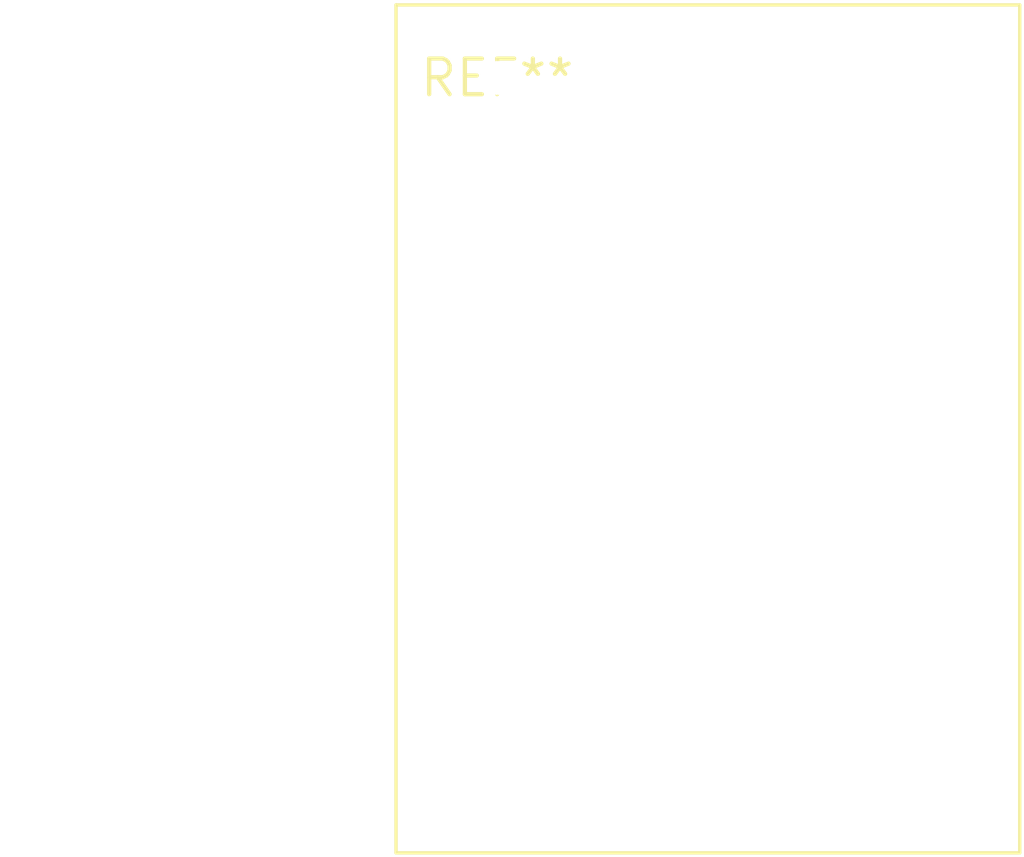
<source format=kicad_pcb>
(kicad_pcb (version 20240108) (generator pcbnew)
  (layers (0 "F.Cu" signal) (31 "B.Cu" signal) (34 "B.Paste" user) (35 "F.Paste" user) (36 "B.SilkS" user "B.Silkscreen") (37 "F.SilkS" user "F.Silkscreen") (38 "B.Mask" user) (39 "F.Mask" user) (44 "Edge.Cuts" user))
  (net 0 "")
  (footprint "L_CommonMode_Wuerth_WE-CMB-XL" (layer "F.Cu") (at 0 0)
    (property "Reference" "REF**")
    (property "Value" "L_CommonMode_Wuerth_WE-CMB-XL")
    (fp_line (start -3.6 -2.6) (end -3.6 27.6) (layer "F.SilkS") (stroke (width 0.12)))
    (fp_line (start -3.6 27.6) (end 18.6 27.6) (layer "F.SilkS") (stroke (width 0.12)))
    (fp_line (start 18.6 -2.6) (end -3.6 -2.6) (layer "F.SilkS") (stroke (width 0.12)))
    (fp_line (start 18.6 27.6) (end 18.6 -2.6) (layer "F.SilkS") (stroke (width 0.12)))
    (pad "1" thru_hole circle (at 0 0) (size 2.2 2.2) (drill 1.2) (layers *.Cu *.Mask) (remove_unused_layers))
    (pad "6" thru_hole circle (at 0 25) (size 2.2 2.2) (drill 1.2) (layers *.Cu *.Mask) (remove_unused_layers))
    (pad "7" thru_hole circle (at 15 25) (size 2.2 2.2) (drill 1.2) (layers *.Cu *.Mask) (remove_unused_layers))
    (pad "12" thru_hole circle (at 15 0) (size 2.2 2.2) (drill 1.2) (layers *.Cu *.Mask) (remove_unused_layers))
  )
)
</source>
